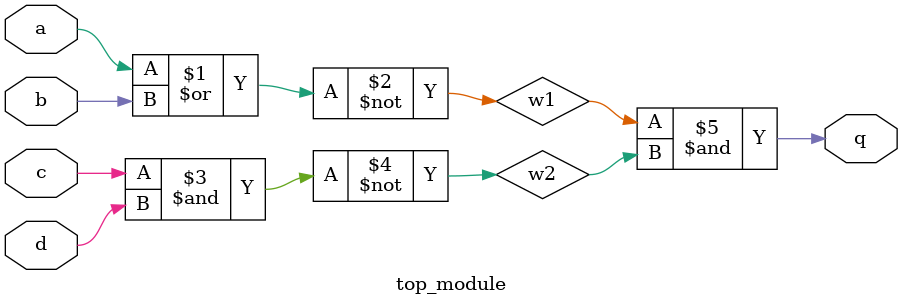
<source format=sv>
module top_module (
	input a, 
	input b, 
	input c, 
	input d,
	output q
);

	// Define internal signals
	wire w1, w2;

	// Assign internal signals based on combinational logic
	assign w1 = ~(a | b);
	assign w2 = ~(c & d);

	// Assign output q based on internal signals
	assign q = w1 & w2;

endmodule

</source>
